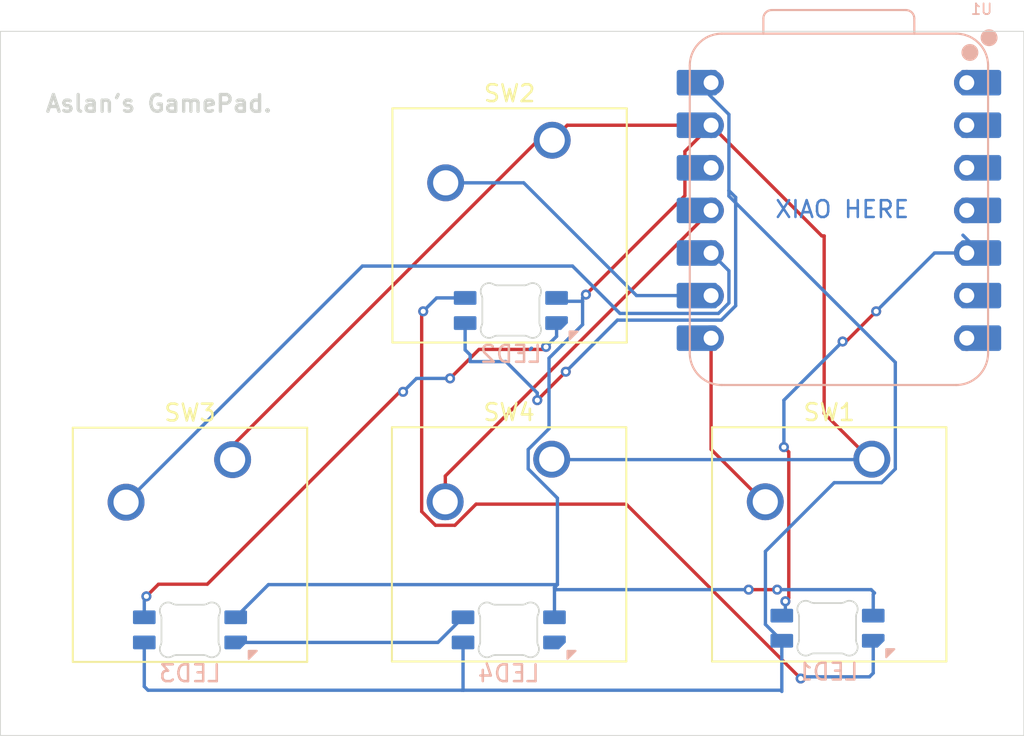
<source format=kicad_pcb>
(kicad_pcb (version 20241229) (generator "pcbnew") (generator_version "9.0")
  (layers (0 "F.Cu" signal) (2 "B.Cu" signal) (13 "F.Paste" user) (15 "B.Paste" user) (5 "F.SilkS" user "F.Silkscreen") (7 "B.SilkS" user "B.Silkscreen") (1 "F.Mask" user) (3 "B.Mask" user) (25 "Edge.Cuts" user))
  (net 0 "")
  (net 1 "GND")
  (net 2 "Net-(U1-GPIO1{slash}RX)")
  (net 3 "Net-(U1-GPIO2{slash}SCK)")
  (net 4 "Net-(U1-GPIO4{slash}MISO)")
  (net 5 "Net-(U1-GPIO3{slash}MOSI)")
  (net 13 "Net-(LED1-DOUT)")
  (net 14 "Net-(LED1-VSS)")
  (net 15 "Net-(LED1-VDD)")
  (net 16 "Net-(LED1-DIN)")
  (net 17 "Net-(LED2-VSS)")
  (net 18 "Net-(LED3-VSS)")
  (footprint "Button_Switch_Keyboard:SW_Cherry_MX_1.00u_PCB" (layer "F.Cu") (at 154.94 80.62)
    (property "Reference" "SW1" (at -2.54 -2.794 0) (layer "F.SilkS"))
    (property "Value" "SW_Push")
    (fp_line (start -9.525 -1.905) (end 4.445 -1.905) (stroke (width 0.12)) (layer "F.SilkS"))
    (fp_line (start -9.525 12.065) (end -9.525 -1.905) (stroke (width 0.12)) (layer "F.SilkS"))
    (fp_line (start 4.445 -1.905) (end 4.445 12.065) (stroke (width 0.12)) (layer "F.SilkS"))
    (fp_line (start 4.445 12.065) (end -9.525 12.065) (stroke (width 0.12)) (layer "F.SilkS"))
    (pad "" np_thru_hole circle (at -7.62 5.08) (size 1.7 1.7) (drill 1.7) (layers "*.Cu" "*.Mask"))
    (pad "" np_thru_hole circle (at -2.54 5.08) (size 4 4) (drill 4) (layers "*.Cu" "*.Mask"))
    (pad "" np_thru_hole circle (at 2.54 5.08) (size 1.7 1.7) (drill 1.7) (layers "*.Cu" "*.Mask"))
    (pad "1" thru_hole circle (at 0 0) (size 2.2 2.2) (drill 1.5) (layers "*.Cu" "*.Mask") (net 1 "GND"))
    (pad "2" thru_hole circle (at -6.35 2.54) (size 2.2 2.2) (drill 1.5) (layers "*.Cu" "*.Mask") (net 2 "Net-(U1-GPIO1{slash}RX)"))
  )
  (footprint "Button_Switch_Keyboard:SW_Cherry_MX_1.00u_PCB" (layer "F.Cu") (at 135.86 80.62)
    (property "Reference" "SW4" (at -2.54 -2.794 0) (layer "F.SilkS"))
    (property "Value" "SW_Push")
    (fp_line (start -9.525 -1.905) (end 4.445 -1.905) (stroke (width 0.12)) (layer "F.SilkS"))
    (fp_line (start -9.525 12.065) (end -9.525 -1.905) (stroke (width 0.12)) (layer "F.SilkS"))
    (fp_line (start 4.445 -1.905) (end 4.445 12.065) (stroke (width 0.12)) (layer "F.SilkS"))
    (fp_line (start 4.445 12.065) (end -9.525 12.065) (stroke (width 0.12)) (layer "F.SilkS"))
    (pad "" np_thru_hole circle (at -7.62 5.08) (size 1.7 1.7) (drill 1.7) (layers "*.Cu" "*.Mask"))
    (pad "" np_thru_hole circle (at -2.54 5.08) (size 4 4) (drill 4) (layers "*.Cu" "*.Mask"))
    (pad "" np_thru_hole circle (at 2.54 5.08) (size 1.7 1.7) (drill 1.7) (layers "*.Cu" "*.Mask"))
    (pad "1" thru_hole circle (at 0 0) (size 2.2 2.2) (drill 1.5) (layers "*.Cu" "*.Mask") (net 1 "GND"))
    (pad "2" thru_hole circle (at -6.35 2.54) (size 2.2 2.2) (drill 1.5) (layers "*.Cu" "*.Mask") (net 5 "Net-(U1-GPIO3{slash}MOSI)"))
  )
  (footprint "Button_Switch_Keyboard:SW_Cherry_MX_1.00u_PCB" (layer "F.Cu") (at 116.84 80.645)
    (property "Reference" "SW3" (at -2.54 -2.794 0) (layer "F.SilkS"))
    (property "Value" "SW_Push")
    (fp_line (start -9.525 -1.905) (end 4.445 -1.905) (stroke (width 0.12)) (layer "F.SilkS"))
    (fp_line (start -9.525 12.065) (end -9.525 -1.905) (stroke (width 0.12)) (layer "F.SilkS"))
    (fp_line (start 4.445 -1.905) (end 4.445 12.065) (stroke (width 0.12)) (layer "F.SilkS"))
    (fp_line (start 4.445 12.065) (end -9.525 12.065) (stroke (width 0.12)) (layer "F.SilkS"))
    (pad "" np_thru_hole circle (at -7.62 5.08) (size 1.7 1.7) (drill 1.7) (layers "*.Cu" "*.Mask"))
    (pad "" np_thru_hole circle (at -2.54 5.08) (size 4 4) (drill 4) (layers "*.Cu" "*.Mask"))
    (pad "" np_thru_hole circle (at 2.54 5.08) (size 1.7 1.7) (drill 1.7) (layers "*.Cu" "*.Mask"))
    (pad "1" thru_hole circle (at 0 0) (size 2.2 2.2) (drill 1.5) (layers "*.Cu" "*.Mask") (net 1 "GND"))
    (pad "2" thru_hole circle (at -6.35 2.54) (size 2.2 2.2) (drill 1.5) (layers "*.Cu" "*.Mask") (net 4 "Net-(U1-GPIO4{slash}MISO)"))
  )
  (footprint "Button_Switch_Keyboard:SW_Cherry_MX_1.00u_PCB" (layer "F.Cu") (at 135.89 61.595)
    (property "Reference" "SW2" (at -2.54 -2.794 0) (layer "F.SilkS"))
    (property "Value" "SW_Push")
    (fp_line (start -9.525 -1.905) (end 4.445 -1.905) (stroke (width 0.12)) (layer "F.SilkS"))
    (fp_line (start -9.525 12.065) (end -9.525 -1.905) (stroke (width 0.12)) (layer "F.SilkS"))
    (fp_line (start 4.445 -1.905) (end 4.445 12.065) (stroke (width 0.12)) (layer "F.SilkS"))
    (fp_line (start 4.445 12.065) (end -9.525 12.065) (stroke (width 0.12)) (layer "F.SilkS"))
    (pad "" np_thru_hole circle (at -7.62 5.08) (size 1.7 1.7) (drill 1.7) (layers "*.Cu" "*.Mask"))
    (pad "" np_thru_hole circle (at -2.54 5.08) (size 4 4) (drill 4) (layers "*.Cu" "*.Mask"))
    (pad "" np_thru_hole circle (at 2.54 5.08) (size 1.7 1.7) (drill 1.7) (layers "*.Cu" "*.Mask"))
    (pad "1" thru_hole circle (at 0 0) (size 2.2 2.2) (drill 1.5) (layers "*.Cu" "*.Mask") (net 1 "GND"))
    (pad "2" thru_hole circle (at -6.35 2.54) (size 2.2 2.2) (drill 1.5) (layers "*.Cu" "*.Mask") (net 3 "Net-(U1-GPIO2{slash}SCK)"))
  )
  (footprint "marbastlib-mx:LED_MX_6028R" (layer "B.Cu") (at 133.3 90.8 180)
    (property "Reference" "LED4" (at 0 -2.6 0) (layer "B.SilkS") (effects (justify mirror)))
    (property "Value" "MX_SK6812MINI-E")
    (fp_poly (pts (xy -3.5 -1.25) (xy -3.5 -1.73) (xy -3.98 -1.25) (xy -3.5 -1.25)) (stroke (width 0.12)) (fill yes) (layer "B.SilkS"))
    (fp_line (start 1.699999 -0.702841) (end 1.699999 0.702843) (stroke (width 0.1)) (layer "Edge.Cuts"))
    (fp_line (start 0.794452 1.5) (end -0.794453 1.5) (stroke (width 0.1)) (layer "Edge.Cuts"))
    (fp_line (start -0.794452 -1.499999) (end 0.794452 -1.499999) (stroke (width 0.1)) (layer "Edge.Cuts"))
    (fp_line (start -1.699999 0.702843) (end -1.699999 -0.702841) (stroke (width 0.1)) (layer "Edge.Cuts"))
    (fp_arc (start 1.749484 0.919721) (mid 1.712526 0.814069) (end 1.699999 0.702843) (stroke (width 0.1)) (layer "Edge.Cuts"))
    (fp_arc (start 1.749484 0.919721) (mid 1.638072 1.504036) (end 1.046711 1.5683) (stroke (width 0.1)) (layer "Edge.Cuts"))
    (fp_arc (start 1.699999 -0.702842) (mid 1.712536 -0.814064) (end 1.749484 -0.919719) (stroke (width 0.1)) (layer "Edge.Cuts"))
    (fp_arc (start 1.046711 -1.568296) (mid 1.63807 -1.504033) (end 1.749484 -0.919719) (stroke (width 0.1)) (layer "Edge.Cuts"))
    (fp_arc (start 1.04671 -1.568298) (mid 0.925122 -1.517376) (end 0.794452 -1.499999) (stroke (width 0.1)) (layer "Edge.Cuts"))
    (fp_arc (start 0.794453 1.500001) (mid 0.925123 1.517378) (end 1.046711 1.5683) (stroke (width 0.1)) (layer "Edge.Cuts"))
    (fp_arc (start -0.794452 -1.499999) (mid -0.925123 -1.517376) (end -1.046711 -1.568298) (stroke (width 0.1)) (layer "Edge.Cuts"))
    (fp_arc (start -1.046711 1.568299) (mid -0.925123 1.517377) (end -0.794453 1.5) (stroke (width 0.1)) (layer "Edge.Cuts"))
    (fp_arc (start -1.046711 1.568299) (mid -1.63807 1.504035) (end -1.749484 0.919721) (stroke (width 0.1)) (layer "Edge.Cuts"))
    (fp_arc (start -1.699999 0.702844) (mid -1.712527 0.814069) (end -1.749484 0.919721) (stroke (width 0.1)) (layer "Edge.Cuts"))
    (fp_arc (start -1.749484 -0.919718) (mid -1.638072 -1.504034) (end -1.046711 -1.568298) (stroke (width 0.1)) (layer "Edge.Cuts"))
    (fp_arc (start -1.749484 -0.919719) (mid -1.712527 -0.814067) (end -1.699999 -0.702841) (stroke (width 0.1)) (layer "Edge.Cuts"))
    (pad "1" smd roundrect (at 2.725 0.75 90) (size 0.82 1.35) (layers "B.Cu" "B.Mask" "B.Paste") (roundrect_rratio 0.1) (net 18 "Net-(LED3-VSS)"))
    (pad "2" smd roundrect (at 2.725 -0.75 90) (size 0.82 1.35) (layers "B.Cu" "B.Mask" "B.Paste") (roundrect_rratio 0.1) (net 13 "Net-(LED1-DOUT)"))
    (pad "3" smd roundrect (at -2.725 0.75 90) (size 0.82 1.35) (layers "B.Cu" "B.Mask" "B.Paste") (roundrect_rratio 0.1) (net 16 "Net-(LED1-DIN)"))
    (pad "4" smd roundrect (at -2.725 -0.75 90) (size 0.82 1.35) (layers "B.Cu" "B.Mask" "B.Paste") (roundrect_rratio 0.1) (chamfer_ratio 0.5) (chamfer bottom_left))
  )
  (footprint "XIAO_PCB:XIAO-RP2040-DIP" (layer "B.Cu") (at 152.98 65.78 180)
    (property "Reference" "U1" (at -8.5 12 0) (layer "B.SilkS") (effects (font (size 0.635 0.635) (thickness 0.1016)) (justify mirror)))
    (property "Value" "XIAO-RP2040-DIP")
    (fp_line (start 8.89 -8.509) (end 8.89 8.636) (stroke (width 0.127)) (layer "B.SilkS"))
    (fp_line (start 6.985 10.541) (end -6.985 10.541) (stroke (width 0.1)) (layer "B.SilkS"))
    (fp_line (start 6.985 10.541) (end -6.985 10.541) (stroke (width 0.127)) (layer "B.SilkS"))
    (fp_line (start 4.504 11.451) (end 4.504 10.541) (stroke (width 0.127)) (layer "B.SilkS"))
    (fp_line (start -3.991272 11.951) (end 4.004 11.951) (stroke (width 0.127)) (layer "B.SilkS"))
    (fp_line (start -4.495 10.541) (end -4.491272 11.451272) (stroke (width 0.127)) (layer "B.SilkS"))
    (fp_line (start -6.985 -10.414) (end 6.985 -10.414) (stroke (width 0.127)) (layer "B.SilkS"))
    (fp_line (start -8.89 -8.509) (end -8.89 8.636) (stroke (width 0.127)) (layer "B.SilkS"))
    (fp_arc (start 8.89 8.636) (mid 8.332038 9.983038) (end 6.985 10.541) (stroke (width 0.127)) (layer "B.SilkS"))
    (fp_arc (start 6.985 -10.414) (mid 8.332038 -9.856038) (end 8.89 -8.509) (stroke (width 0.127)) (layer "B.SilkS"))
    (fp_arc (start 4.504 11.451) (mid 4.357553 11.804553) (end 4.004 11.951) (stroke (width 0.127)) (layer "B.SilkS"))
    (fp_arc (start -3.991272 11.951) (mid -4.344724 11.804644) (end -4.491272 11.451272) (stroke (width 0.127)) (layer "B.SilkS"))
    (fp_arc (start -6.985 10.541) (mid -8.332038 9.983038) (end -8.89 8.636) (stroke (width 0.127)) (layer "B.SilkS"))
    (fp_arc (start -8.89 -8.509) (mid -8.332038 -9.856038) (end -6.985 -10.414) (stroke (width 0.127)) (layer "B.SilkS"))
    (fp_circle (center -7.807 9.42) (end -7.807 9.674) (stroke (width 0.5)) (fill yes) (layer "B.SilkS"))
    (fp_circle (center -8.95 10.3) (end -8.95 10.554) (stroke (width 0.5)) (fill yes) (layer "B.SilkS"))
    (pad "1" smd roundrect (at -8.455 7.62) (size 2.432 1.524) (layers "B.Cu" "B.Mask") (roundrect_rratio 0.1))
    (pad "1" thru_hole circle (at -7.62 7.62) (size 1.524 1.524) (drill 0.889) (layers "*.Cu" "*.Mask"))
    (pad "2" smd roundrect (at -8.455 5.08) (size 2.432 1.524) (layers "B.Cu" "B.Mask") (roundrect_rratio 0.1))
    (pad "2" thru_hole circle (at -7.62 5.08) (size 1.524 1.524) (drill 0.889) (layers "*.Cu" "*.Mask"))
    (pad "3" smd roundrect (at -8.455 2.54) (size 2.432 1.524) (layers "B.Cu" "B.Mask") (roundrect_rratio 0.1))
    (pad "3" thru_hole circle (at -7.62 2.54) (size 1.524 1.524) (drill 0.889) (layers "*.Cu" "*.Mask"))
    (pad "4" smd roundrect (at -8.455 0) (size 2.432 1.524) (layers "B.Cu" "B.Mask") (roundrect_rratio 0.1))
    (pad "4" thru_hole circle (at -7.62 0) (size 1.524 1.524) (drill 0.889) (layers "*.Cu" "*.Mask"))
    (pad "5" smd roundrect (at -8.455 -2.54) (size 2.432 1.524) (layers "B.Cu" "B.Mask") (roundrect_rratio 0.1) (net 15 "Net-(LED1-VDD)"))
    (pad "5" thru_hole circle (at -7.62 -2.54) (size 1.524 1.524) (drill 0.889) (layers "*.Cu" "*.Mask") (net 15 "Net-(LED1-VDD)"))
    (pad "6" smd roundrect (at -8.455 -5.08) (size 2.432 1.524) (layers "B.Cu" "B.Mask") (roundrect_rratio 0.1))
    (pad "6" thru_hole circle (at -7.62 -5.08) (size 1.524 1.524) (drill 0.889) (layers "*.Cu" "*.Mask"))
    (pad "7" smd roundrect (at -8.455 -7.62) (size 2.432 1.524) (layers "B.Cu" "B.Mask") (roundrect_rratio 0.1))
    (pad "7" thru_hole circle (at -7.62 -7.62) (size 1.524 1.524) (drill 0.889) (layers "*.Cu" "*.Mask"))
    (pad "8" thru_hole circle (at 7.62 -7.62 180) (size 1.524 1.524) (drill 0.889) (layers "*.Cu" "*.Mask") (net 2 "Net-(U1-GPIO1{slash}RX)"))
    (pad "8" smd roundrect (at 8.455 -7.62 180) (size 2.432 1.524) (layers "B.Cu" "B.Mask") (roundrect_rratio 0.1) (net 2 "Net-(U1-GPIO1{slash}RX)"))
    (pad "9" thru_hole circle (at 7.62 -5.08 180) (size 1.524 1.524) (drill 0.889) (layers "*.Cu" "*.Mask") (net 3 "Net-(U1-GPIO2{slash}SCK)"))
    (pad "9" smd roundrect (at 8.455 -5.08 180) (size 2.432 1.524) (layers "B.Cu" "B.Mask") (roundrect_rratio 0.1) (net 3 "Net-(U1-GPIO2{slash}SCK)"))
    (pad "10" thru_hole circle (at 7.62 -2.54 180) (size 1.524 1.524) (drill 0.889) (layers "*.Cu" "*.Mask") (net 4 "Net-(U1-GPIO4{slash}MISO)"))
    (pad "10" smd roundrect (at 8.455 -2.54 180) (size 2.432 1.524) (layers "B.Cu" "B.Mask") (roundrect_rratio 0.1) (net 4 "Net-(U1-GPIO4{slash}MISO)"))
    (pad "11" thru_hole circle (at 7.62 0 180) (size 1.524 1.524) (drill 0.889) (layers "*.Cu" "*.Mask") (net 5 "Net-(U1-GPIO3{slash}MOSI)"))
    (pad "11" smd roundrect (at 8.455 0 180) (size 2.432 1.524) (layers "B.Cu" "B.Mask") (roundrect_rratio 0.1) (net 5 "Net-(U1-GPIO3{slash}MOSI)"))
    (pad "12" thru_hole circle (at 7.62 2.54 180) (size 1.524 1.524) (drill 0.889) (layers "*.Cu" "*.Mask"))
    (pad "12" smd roundrect (at 8.455 2.54 180) (size 2.432 1.524) (layers "B.Cu" "B.Mask") (roundrect_rratio 0.1))
    (pad "13" thru_hole circle (at 7.62 5.08 180) (size 1.524 1.524) (drill 0.889) (layers "*.Cu" "*.Mask") (net 16 "Net-(LED1-DIN)"))
    (pad "13" smd roundrect (at 8.455 5.08 180) (size 2.432 1.524) (layers "B.Cu" "B.Mask") (roundrect_rratio 0.1) (net 16 "Net-(LED1-DIN)"))
    (pad "14" thru_hole circle (at 7.62 7.62 180) (size 1.524 1.524) (drill 0.889) (layers "*.Cu" "*.Mask") (net 13 "Net-(LED1-DOUT)"))
    (pad "14" smd roundrect (at 8.455 7.62 180) (size 2.432 1.524) (layers "B.Cu" "B.Mask") (roundrect_rratio 0.1) (net 13 "Net-(LED1-DOUT)"))
  )
  (footprint "marbastlib-mx:LED_MX_6028R" (layer "B.Cu") (at 114.3 90.8 180)
    (property "Reference" "LED3" (at 0 -2.6 0) (layer "B.SilkS") (effects (justify mirror)))
    (property "Value" "MX_SK6812MINI-E")
    (fp_poly (pts (xy -3.5 -1.25) (xy -3.5 -1.73) (xy -3.98 -1.25) (xy -3.5 -1.25)) (stroke (width 0.12)) (fill yes) (layer "B.SilkS"))
    (fp_line (start 1.699999 -0.702841) (end 1.699999 0.702843) (stroke (width 0.1)) (layer "Edge.Cuts"))
    (fp_line (start 0.794452 1.5) (end -0.794453 1.5) (stroke (width 0.1)) (layer "Edge.Cuts"))
    (fp_line (start -0.794452 -1.499999) (end 0.794452 -1.499999) (stroke (width 0.1)) (layer "Edge.Cuts"))
    (fp_line (start -1.699999 0.702843) (end -1.699999 -0.702841) (stroke (width 0.1)) (layer "Edge.Cuts"))
    (fp_arc (start 1.749484 0.919721) (mid 1.712526 0.814069) (end 1.699999 0.702843) (stroke (width 0.1)) (layer "Edge.Cuts"))
    (fp_arc (start 1.749484 0.919721) (mid 1.638072 1.504036) (end 1.046711 1.5683) (stroke (width 0.1)) (layer "Edge.Cuts"))
    (fp_arc (start 1.699999 -0.702842) (mid 1.712536 -0.814064) (end 1.749484 -0.919719) (stroke (width 0.1)) (layer "Edge.Cuts"))
    (fp_arc (start 1.046711 -1.568296) (mid 1.63807 -1.504033) (end 1.749484 -0.919719) (stroke (width 0.1)) (layer "Edge.Cuts"))
    (fp_arc (start 1.04671 -1.568298) (mid 0.925122 -1.517376) (end 0.794452 -1.499999) (stroke (width 0.1)) (layer "Edge.Cuts"))
    (fp_arc (start 0.794453 1.500001) (mid 0.925123 1.517378) (end 1.046711 1.5683) (stroke (width 0.1)) (layer "Edge.Cuts"))
    (fp_arc (start -0.794452 -1.499999) (mid -0.925123 -1.517376) (end -1.046711 -1.568298) (stroke (width 0.1)) (layer "Edge.Cuts"))
    (fp_arc (start -1.046711 1.568299) (mid -0.925123 1.517377) (end -0.794453 1.5) (stroke (width 0.1)) (layer "Edge.Cuts"))
    (fp_arc (start -1.046711 1.568299) (mid -1.63807 1.504035) (end -1.749484 0.919721) (stroke (width 0.1)) (layer "Edge.Cuts"))
    (fp_arc (start -1.699999 0.702844) (mid -1.712527 0.814069) (end -1.749484 0.919721) (stroke (width 0.1)) (layer "Edge.Cuts"))
    (fp_arc (start -1.749484 -0.919718) (mid -1.638072 -1.504034) (end -1.046711 -1.568298) (stroke (width 0.1)) (layer "Edge.Cuts"))
    (fp_arc (start -1.749484 -0.919719) (mid -1.712527 -0.814067) (end -1.699999 -0.702841) (stroke (width 0.1)) (layer "Edge.Cuts"))
    (pad "1" smd roundrect (at 2.725 0.75 90) (size 0.82 1.35) (layers "B.Cu" "B.Mask" "B.Paste") (roundrect_rratio 0.1) (net 17 "Net-(LED2-VSS)"))
    (pad "2" smd roundrect (at 2.725 -0.75 90) (size 0.82 1.35) (layers "B.Cu" "B.Mask" "B.Paste") (roundrect_rratio 0.1) (net 13 "Net-(LED1-DOUT)"))
    (pad "3" smd roundrect (at -2.725 0.75 90) (size 0.82 1.35) (layers "B.Cu" "B.Mask" "B.Paste") (roundrect_rratio 0.1) (net 16 "Net-(LED1-DIN)"))
    (pad "4" smd roundrect (at -2.725 -0.75 90) (size 0.82 1.35) (layers "B.Cu" "B.Mask" "B.Paste") (roundrect_rratio 0.1) (chamfer_ratio 0.5) (chamfer bottom_left) (net 18 "Net-(LED3-VSS)"))
  )
  (footprint "marbastlib-mx:LED_MX_6028R" (layer "B.Cu") (at 133.425 71.75 180)
    (property "Reference" "LED2" (at 0 -2.6 0) (layer "B.SilkS") (effects (justify mirror)))
    (property "Value" "MX_SK6812MINI-E")
    (fp_poly (pts (xy -3.5 -1.25) (xy -3.5 -1.73) (xy -3.98 -1.25) (xy -3.5 -1.25)) (stroke (width 0.12)) (fill yes) (layer "B.SilkS"))
    (fp_line (start 1.699999 -0.702841) (end 1.699999 0.702843) (stroke (width 0.1)) (layer "Edge.Cuts"))
    (fp_line (start 0.794452 1.5) (end -0.794453 1.5) (stroke (width 0.1)) (layer "Edge.Cuts"))
    (fp_line (start -0.794452 -1.499999) (end 0.794452 -1.499999) (stroke (width 0.1)) (layer "Edge.Cuts"))
    (fp_line (start -1.699999 0.702843) (end -1.699999 -0.702841) (stroke (width 0.1)) (layer "Edge.Cuts"))
    (fp_arc (start 1.749484 0.919721) (mid 1.712526 0.814069) (end 1.699999 0.702843) (stroke (width 0.1)) (layer "Edge.Cuts"))
    (fp_arc (start 1.749484 0.919721) (mid 1.638072 1.504036) (end 1.046711 1.5683) (stroke (width 0.1)) (layer "Edge.Cuts"))
    (fp_arc (start 1.699999 -0.702842) (mid 1.712536 -0.814064) (end 1.749484 -0.919719) (stroke (width 0.1)) (layer "Edge.Cuts"))
    (fp_arc (start 1.046711 -1.568296) (mid 1.63807 -1.504033) (end 1.749484 -0.919719) (stroke (width 0.1)) (layer "Edge.Cuts"))
    (fp_arc (start 1.04671 -1.568298) (mid 0.925122 -1.517376) (end 0.794452 -1.499999) (stroke (width 0.1)) (layer "Edge.Cuts"))
    (fp_arc (start 0.794453 1.500001) (mid 0.925123 1.517378) (end 1.046711 1.5683) (stroke (width 0.1)) (layer "Edge.Cuts"))
    (fp_arc (start -0.794452 -1.499999) (mid -0.925123 -1.517376) (end -1.046711 -1.568298) (stroke (width 0.1)) (layer "Edge.Cuts"))
    (fp_arc (start -1.046711 1.568299) (mid -0.925123 1.517377) (end -0.794453 1.5) (stroke (width 0.1)) (layer "Edge.Cuts"))
    (fp_arc (start -1.046711 1.568299) (mid -1.63807 1.504035) (end -1.749484 0.919721) (stroke (width 0.1)) (layer "Edge.Cuts"))
    (fp_arc (start -1.699999 0.702844) (mid -1.712527 0.814069) (end -1.749484 0.919721) (stroke (width 0.1)) (layer "Edge.Cuts"))
    (fp_arc (start -1.749484 -0.919718) (mid -1.638072 -1.504034) (end -1.046711 -1.568298) (stroke (width 0.1)) (layer "Edge.Cuts"))
    (fp_arc (start -1.749484 -0.919719) (mid -1.712527 -0.814067) (end -1.699999 -0.702841) (stroke (width 0.1)) (layer "Edge.Cuts"))
    (pad "1" smd roundrect (at 2.725 0.75 90) (size 0.82 1.35) (layers "B.Cu" "B.Mask" "B.Paste") (roundrect_rratio 0.1) (net 14 "Net-(LED1-VSS)"))
    (pad "2" smd roundrect (at 2.725 -0.75 90) (size 0.82 1.35) (layers "B.Cu" "B.Mask" "B.Paste") (roundrect_rratio 0.1) (net 13 "Net-(LED1-DOUT)"))
    (pad "3" smd roundrect (at -2.725 0.75 90) (size 0.82 1.35) (layers "B.Cu" "B.Mask" "B.Paste") (roundrect_rratio 0.1) (net 16 "Net-(LED1-DIN)"))
    (pad "4" smd roundrect (at -2.725 -0.75 90) (size 0.82 1.35) (layers "B.Cu" "B.Mask" "B.Paste") (roundrect_rratio 0.1) (chamfer_ratio 0.5) (chamfer bottom_left) (net 17 "Net-(LED2-VSS)"))
  )
  (footprint "marbastlib-mx:LED_MX_6028R" (layer "B.Cu") (at 152.3 90.7 180)
    (property "Reference" "LED1" (at 0 -2.6 0) (layer "B.SilkS") (effects (justify mirror)))
    (property "Value" "MX_SK6812MINI-E")
    (fp_poly (pts (xy -3.5 -1.25) (xy -3.5 -1.73) (xy -3.98 -1.25) (xy -3.5 -1.25)) (stroke (width 0.12)) (fill yes) (layer "B.SilkS"))
    (fp_line (start 1.699999 -0.702841) (end 1.699999 0.702843) (stroke (width 0.1)) (layer "Edge.Cuts"))
    (fp_line (start 0.794452 1.5) (end -0.794453 1.5) (stroke (width 0.1)) (layer "Edge.Cuts"))
    (fp_line (start -0.794452 -1.499999) (end 0.794452 -1.499999) (stroke (width 0.1)) (layer "Edge.Cuts"))
    (fp_line (start -1.699999 0.702843) (end -1.699999 -0.702841) (stroke (width 0.1)) (layer "Edge.Cuts"))
    (fp_arc (start 1.749484 0.919721) (mid 1.712526 0.814069) (end 1.699999 0.702843) (stroke (width 0.1)) (layer "Edge.Cuts"))
    (fp_arc (start 1.749484 0.919721) (mid 1.638072 1.504036) (end 1.046711 1.5683) (stroke (width 0.1)) (layer "Edge.Cuts"))
    (fp_arc (start 1.699999 -0.702842) (mid 1.712536 -0.814064) (end 1.749484 -0.919719) (stroke (width 0.1)) (layer "Edge.Cuts"))
    (fp_arc (start 1.046711 -1.568296) (mid 1.63807 -1.504033) (end 1.749484 -0.919719) (stroke (width 0.1)) (layer "Edge.Cuts"))
    (fp_arc (start 1.04671 -1.568298) (mid 0.925122 -1.517376) (end 0.794452 -1.499999) (stroke (width 0.1)) (layer "Edge.Cuts"))
    (fp_arc (start 0.794453 1.500001) (mid 0.925123 1.517378) (end 1.046711 1.5683) (stroke (width 0.1)) (layer "Edge.Cuts"))
    (fp_arc (start -0.794452 -1.499999) (mid -0.925123 -1.517376) (end -1.046711 -1.568298) (stroke (width 0.1)) (layer "Edge.Cuts"))
    (fp_arc (start -1.046711 1.568299) (mid -0.925123 1.517377) (end -0.794453 1.5) (stroke (width 0.1)) (layer "Edge.Cuts"))
    (fp_arc (start -1.046711 1.568299) (mid -1.63807 1.504035) (end -1.749484 0.919721) (stroke (width 0.1)) (layer "Edge.Cuts"))
    (fp_arc (start -1.699999 0.702844) (mid -1.712527 0.814069) (end -1.749484 0.919721) (stroke (width 0.1)) (layer "Edge.Cuts"))
    (fp_arc (start -1.749484 -0.919718) (mid -1.638072 -1.504034) (end -1.046711 -1.568298) (stroke (width 0.1)) (layer "Edge.Cuts"))
    (fp_arc (start -1.749484 -0.919719) (mid -1.712527 -0.814067) (end -1.699999 -0.702841) (stroke (width 0.1)) (layer "Edge.Cuts"))
    (pad "1" smd roundrect (at 2.725 0.75 90) (size 0.82 1.35) (layers "B.Cu" "B.Mask" "B.Paste") (roundrect_rratio 0.1) (net 15 "Net-(LED1-VDD)"))
    (pad "2" smd roundrect (at 2.725 -0.75 90) (size 0.82 1.35) (layers "B.Cu" "B.Mask" "B.Paste") (roundrect_rratio 0.1) (net 13 "Net-(LED1-DOUT)"))
    (pad "3" smd roundrect (at -2.725 0.75 90) (size 0.82 1.35) (layers "B.Cu" "B.Mask" "B.Paste") (roundrect_rratio 0.1) (net 16 "Net-(LED1-DIN)"))
    (pad "4" smd roundrect (at -2.725 -0.75 90) (size 0.82 1.35) (layers "B.Cu" "B.Mask" "B.Paste") (roundrect_rratio 0.1) (chamfer_ratio 0.5) (chamfer bottom_left) (net 14 "Net-(LED1-VSS)"))
  )
  (gr_rect (start 103 55.1) (end 164 97.1) (stroke (width 0.05)) (fill no) (layer "Edge.Cuts"))
  (gr_text "XIAO HERE" (at 149.1 66.3 0) (layer "B.Cu") (effects (font (size 1 1)) (justify left bottom)))
  (gr_text "Aslan's GamePad." (at 105.6 60 0) (layer "Edge.Cuts") (effects (font (size 1 1) (thickness 0.2) (bold yes)) (justify left bottom)))
  (segment (start 152.1 67.3) (end 152.1 77.88) (width 0.2) (layer "F.Cu") (net 1))
  (segment (start 145.36 60.7) (end 136.785 60.7) (width 0.2) (layer "F.Cu") (net 1))
  (segment (start 136.785 60.7) (end 135.89 61.595) (width 0.2) (layer "F.Cu") (net 1))
  (segment (start 152.1 67.3) (end 151.96 67.3) (width 0.2) (layer "F.Cu") (net 1))
  (segment (start 116.84 79.80347) (end 116.84 80.645) (width 0.2) (layer "F.Cu") (net 1))
  (segment (start 152.1 77.88) (end 154.94 80.72) (width 0.2) (layer "F.Cu") (net 1))
  (segment (start 151.96 67.3) (end 145.36 60.7) (width 0.2) (layer "F.Cu") (net 1))
  (segment (start 135.89 61.595) (end 135.04847 61.595) (width 0.2) (layer "F.Cu") (net 1))
  (segment (start 135.04847 61.595) (end 116.84 79.80347) (width 0.2) (layer "F.Cu") (net 1))
  (segment (start 135.869 80.645) (end 154.865 80.645) (width 0.2) (layer "B.Cu") (net 1))
  (segment (start 154.865 80.645) (end 154.94 80.72) (width 0.2) (layer "B.Cu") (net 1))
  (segment (start 145.36 73.4) (end 145.36 80.03) (width 0.2) (layer "F.Cu") (net 2))
  (segment (start 145.36 80.03) (end 148.59 83.26) (width 0.2) (layer "F.Cu") (net 2))
  (segment (start 134.19153 64.135) (end 129.54 64.135) (width 0.2) (layer "B.Cu") (net 3))
  (segment (start 145.36 70.86) (end 140.91653 70.86) (width 0.2) (layer "B.Cu") (net 3))
  (segment (start 140.91653 70.86) (end 134.19153 64.135) (width 0.2) (layer "B.Cu") (net 3))
  (segment (start 146.423 71.30031) (end 145.80031 71.923) (width 0.2) (layer "B.Cu") (net 4))
  (segment (start 145.36 68.32) (end 146.423 69.383) (width 0.2) (layer "B.Cu") (net 4))
  (segment (start 145.80031 71.923) (end 139.923 71.923) (width 0.2) (layer "B.Cu") (net 4))
  (segment (start 124.575 69.1) (end 110.49 83.185) (width 0.2) (layer "B.Cu") (net 4))
  (segment (start 137.1 69.1) (end 124.575 69.1) (width 0.2) (layer "B.Cu") (net 4))
  (segment (start 146.423 69.383) (end 146.423 71.30031) (width 0.2) (layer "B.Cu") (net 4))
  (segment (start 139.923 71.923) (end 137.1 69.1) (width 0.2) (layer "B.Cu") (net 4))
  (segment (start 145.36 65.78) (end 129.519 81.621) (width 0.2) (layer "F.Cu") (net 5))
  (segment (start 129.519 81.621) (end 129.519 83.185) (width 0.2) (layer "F.Cu") (net 5))
  (segment (start 136.7 75.4) (end 135 77.1) (width 0.2) (layer "F.Cu") (net 13))
  (via (at 135 77.1) (size 0.6) (drill 0.3) (layers "F.Cu" "B.Cu") (net 13))
  (via (at 136.7 75.4) (size 0.6) (drill 0.3) (layers "F.Cu" "B.Cu") (net 13))
  (segment (start 130.5 94.4) (end 111.8 94.4) (width 0.2) (layer "B.Cu") (net 13))
  (segment (start 148.599 86.11947) (end 148.599 90.474) (width 0.2) (layer "B.Cu") (net 13))
  (segment (start 111.575 94.175) (end 111.575 91.55) (width 0.2) (layer "B.Cu") (net 13))
  (segment (start 111.8 94.4) (end 111.575 94.175) (width 0.2) (layer "B.Cu") (net 13))
  (segment (start 130.7 74.1) (end 130.7 72.5) (width 0.2) (layer "B.Cu") (net 13))
  (segment (start 156.341 81.200314) (end 155.520314 82.021) (width 0.2) (layer "B.Cu") (net 13))
  (segment (start 146.423 60.058) (end 146.423 64.6) (width 0.2) (layer "B.Cu") (net 13))
  (segment (start 146.423 64.6) (end 146.423 64.92569) (width 0.2) (layer "B.Cu") (net 13))
  (segment (start 135 76.666414) (end 133.133586 74.8) (width 0.2) (layer "B.Cu") (net 13))
  (segment (start 149.575 91.45) (end 149.575 94.4) (width 0.2) (layer "B.Cu") (net 13))
  (segment (start 145.96641 72.324) (end 139.776 72.324) (width 0.2) (layer "B.Cu") (net 13))
  (segment (start 139.776 72.324) (end 136.7 75.4) (width 0.2) (layer "B.Cu") (net 13))
  (segment (start 146.423 64.6) (end 146.824 65.001) (width 0.2) (layer "B.Cu") (net 13))
  (segment (start 135 77.1) (end 135 76.666414) (width 0.2) (layer "B.Cu") (net 13))
  (segment (start 146.824 71.46641) (end 145.96641 72.324) (width 0.2) (layer "B.Cu") (net 13))
  (segment (start 156.341 74.84369) (end 156.341 81.200314) (width 0.2) (layer "B.Cu") (net 13))
  (segment (start 148.599 90.474) (end 149.575 91.45) (width 0.2) (layer "B.Cu") (net 13))
  (segment (start 130.575 91.55) (end 130.575 94.375) (width 0.2) (layer "B.Cu") (net 13))
  (segment (start 131 74.4) (end 130.7 74.1) (width 0.2) (layer "B.Cu") (net 13))
  (segment (start 149.575 94.4) (end 130.6 94.4) (width 0.2) (layer "B.Cu") (net 13))
  (segment (start 155.520314 82.021) (end 152.69747 82.021) (width 0.2) (layer "B.Cu") (net 13))
  (segment (start 149.575 94.4) (end 149.575 94.475) (width 0.2) (layer "B.Cu") (net 13))
  (segment (start 146.423 64.92569) (end 156.341 74.84369) (width 0.2) (layer "B.Cu") (net 13))
  (segment (start 144.525 58.16) (end 146.423 60.058) (width 0.2) (layer "B.Cu") (net 13))
  (segment (start 131 74.8) (end 131 74.4) (width 0.2) (layer "B.Cu") (net 13))
  (segment (start 133.133586 74.8) (end 131 74.8) (width 0.2) (layer "B.Cu") (net 13))
  (segment (start 130.575 94.375) (end 130.6 94.4) (width 0.2) (layer "B.Cu") (net 13))
  (segment (start 146.824 65.001) (end 146.824 71.46641) (width 0.2) (layer "B.Cu") (net 13))
  (segment (start 130.6 94.4) (end 130.5 94.4) (width 0.2) (layer "B.Cu") (net 13))
  (segment (start 152.69747 82.021) (end 148.599 86.11947) (width 0.2) (layer "B.Cu") (net 13))
  (segment (start 128.929686 84.561) (end 128.109 83.740314) (width 0.2) (layer "F.Cu") (net 14))
  (segment (start 130.090314 84.561) (end 128.929686 84.561) (width 0.2) (layer "F.Cu") (net 14))
  (segment (start 140.3 83.3) (end 131.351314 83.3) (width 0.2) (layer "F.Cu") (net 14))
  (segment (start 150.7 93.7) (end 140.3 83.3) (width 0.2) (layer "F.Cu") (net 14))
  (segment (start 128.109 71.891) (end 128.2 71.8) (width 0.2) (layer "F.Cu") (net 14))
  (segment (start 128.109 83.740314) (end 128.109 71.891) (width 0.2) (layer "F.Cu") (net 14))
  (segment (start 131.351314 83.3) (end 130.090314 84.561) (width 0.2) (layer "F.Cu") (net 14))
  (via (at 150.7 93.7) (size 0.6) (drill 0.3) (layers "F.Cu" "B.Cu") (net 14))
  (via (at 128.2 71.8) (size 0.6) (drill 0.3) (layers "F.Cu" "B.Cu") (net 14))
  (segment (start 129 71) (end 130.7 71) (width 0.2) (layer "B.Cu") (net 14))
  (segment (start 150.8 93.6) (end 150.7 93.7) (width 0.2) (layer "B.Cu") (net 14))
  (segment (start 154.8 93.6) (end 150.8 93.6) (width 0.2) (layer "B.Cu") (net 14))
  (segment (start 155.025 93.375) (end 154.8 93.6) (width 0.2) (layer "B.Cu") (net 14))
  (segment (start 128.2 71.8) (end 129 71) (width 0.2) (layer "B.Cu") (net 14))
  (segment (start 155.025 91.45) (end 155.025 93.375) (width 0.2) (layer "B.Cu") (net 14))
  (segment (start 153.4 73.6) (end 153.2 73.6) (width 0.2) (layer "F.Cu") (net 15))
  (segment (start 149.7 79.9) (end 149.991 80.191) (width 0.2) (layer "F.Cu") (net 15))
  (segment (start 155.2 71.8) (end 153.4 73.6) (width 0.2) (layer "F.Cu") (net 15))
  (segment (start 149.991 80.191) (end 149.991 88.892614) (width 0.2) (layer "F.Cu") (net 15))
  (segment (start 149.991 88.892614) (end 149.788176 89.095438) (width 0.2) (layer "F.Cu") (net 15))
  (via (at 149.7 79.9) (size 0.6) (drill 0.3) (layers "F.Cu" "B.Cu") (net 15))
  (via (at 155.2 71.8) (size 0.6) (drill 0.3) (layers "F.Cu" "B.Cu") (net 15))
  (via (at 153.2 73.6) (size 0.6) (drill 0.3) (layers "F.Cu" "B.Cu") (net 15))
  (via (at 149.788176 89.095438) (size 0.6) (drill 0.3) (layers "F.Cu" "B.Cu") (net 15))
  (segment (start 158.68 68.32) (end 155.2 71.8) (width 0.2) (layer "B.Cu") (net 15))
  (segment (start 149.788176 89.095438) (end 149.788176 89.736824) (width 0.2) (layer "B.Cu") (net 15))
  (segment (start 149.788176 89.736824) (end 149.575 89.95) (width 0.2) (layer "B.Cu") (net 15))
  (segment (start 160.6 68.32) (end 158.68 68.32) (width 0.2) (layer "B.Cu") (net 15))
  (segment (start 153.2 73.6) (end 149.7 77.1) (width 0.2) (layer "B.Cu") (net 15))
  (segment (start 160.372 67.257) (end 161.435 68.32) (width 0.2) (layer "B.Cu") (net 15))
  (segment (start 149.7 77.1) (end 149.7 79.9) (width 0.2) (layer "B.Cu") (net 15))
  (segment (start 147.6 88.4) (end 149.3 88.4) (width 0.2) (layer "F.Cu") (net 16))
  (segment (start 137.9 70.8) (end 143.799 64.901) (width 0.2) (layer "F.Cu") (net 16))
  (segment (start 143.799 62.261) (end 144.959 61.101) (width 0.2) (layer "F.Cu") (net 16))
  (segment (start 143.799 64.901) (end 143.799 62.261) (width 0.2) (layer "F.Cu") (net 16))
  (segment (start 144.959 61.101) (end 145.1939 61.101) (width 0.2) (layer "F.Cu") (net 16))
  (via (at 149.3 88.4) (size 0.6) (drill 0.3) (layers "F.Cu" "B.Cu") (net 16))
  (via (at 147.6 88.4) (size 0.6) (drill 0.3) (layers "F.Cu" "B.Cu") (net 16))
  (via (at 137.9 70.8) (size 0.6) (drill 0.3) (layers "F.Cu" "B.Cu") (net 16))
  (segment (start 149.3 88.4) (end 154.9 88.4) (width 0.2) (layer "B.Cu") (net 16))
  (segment (start 136.025 88.275) (end 136.15 88.4) (width 0.2) (layer "B.Cu") (net 16))
  (segment (start 136.15 88.4) (end 147.6 88.4) (width 0.2) (layer "B.Cu") (net 16))
  (segment (start 135.7 78.798686) (end 134.459 80.039686) (width 0.2) (layer "B.Cu") (net 16))
  (segment (start 136.15 71) (end 136.35 71.2) (width 0.2) (layer "B.Cu") (net 16))
  (segment (start 136.2 82.941314) (end 136.2 88.1) (width 0.2) (layer "B.Cu") (net 16))
  (segment (start 155.1 88.6) (end 155.025 88.675) (width 0.2) (layer "B.Cu") (net 16))
  (segment (start 136.2 88.1) (end 136.025 88.275) (width 0.2) (layer "B.Cu") (net 16))
  (segment (start 117.025 90.05) (end 118.975 88.1) (width 0.2) (layer "B.Cu") (net 16))
  (segment (start 137.7 71.2) (end 137.7 71) (width 0.2) (layer "B.Cu") (net 16))
  (segment (start 118.975 88.1) (end 136.2 88.1) (width 0.2) (layer "B.Cu") (net 16))
  (segment (start 137.7 71.2) (end 137.7 72.59147) (width 0.2) (layer "B.Cu") (net 16))
  (segment (start 154.9 88.4) (end 155.1 88.6) (width 0.2) (layer "B.Cu") (net 16))
  (segment (start 137.7 72.59147) (end 135.7 74.59147) (width 0.2) (layer "B.Cu") (net 16))
  (segment (start 136.025 88.275) (end 136.025 90.05) (width 0.2) (layer "B.Cu") (net 16))
  (segment (start 135.7 74.59147) (end 135.7 78.798686) (width 0.2) (layer "B.Cu") (net 16))
  (segment (start 136.35 71.2) (end 137.7 71.2) (width 0.2) (layer "B.Cu") (net 16))
  (segment (start 134.459 81.200314) (end 136.2 82.941314) (width 0.2) (layer "B.Cu") (net 16))
  (segment (start 137.7 71) (end 137.9 70.8) (width 0.2) (layer "B.Cu") (net 16))
  (segment (start 134.459 80.039686) (end 134.459 81.200314) (width 0.2) (layer "B.Cu") (net 16))
  (segment (start 155.025 88.675) (end 155.025 89.95) (width 0.2) (layer "B.Cu") (net 16))
  (segment (start 131.530916 74.069084) (end 129.8 75.8) (width 0.2) (layer "F.Cu") (net 17))
  (segment (start 112.424 88.076) (end 115.33053 88.076) (width 0.2) (layer "F.Cu") (net 17))
  (segment (start 126.80653 76.6) (end 127 76.6) (width 0.2) (layer "F.Cu") (net 17))
  (segment (start 115.33053 88.076) (end 126.80653 76.6) (width 0.2) (layer "F.Cu") (net 17))
  (segment (start 135.373856 74.069084) (end 131.530916 74.069084) (width 0.2) (layer "F.Cu") (net 17))
  (segment (start 111.7 88.8) (end 112.424 88.076) (width 0.2) (layer "F.Cu") (net 17))
  (segment (start 135.521526 73.921414) (end 135.373856 74.069084) (width 0.2) (layer "F.Cu") (net 17))
  (via (at 127 76.6) (size 0.6) (drill 0.3) (layers "F.Cu" "B.Cu") (net 17))
  (via (at 129.8 75.8) (size 0.6) (drill 0.3) (layers "F.Cu" "B.Cu") (net 17))
  (via (at 135.521526 73.921414) (size 0.6) (drill 0.3) (layers "F.Cu" "B.Cu") (net 17))
  (via (at 111.7 88.8) (size 0.6) (drill 0.3) (layers "F.Cu" "B.Cu") (net 17))
  (segment (start 136.15 73.29294) (end 136.15 72.5) (width 0.2) (layer "B.Cu") (net 17))
  (segment (start 134.580916 74.069084) (end 134.653203 73.996797) (width 0.2) (layer "B.Cu") (net 17))
  (segment (start 111.575 88.925) (end 111.7 88.8) (width 0.2) (layer "B.Cu") (net 17))
  (segment (start 127.8 75.8) (end 129.8 75.8) (width 0.2) (layer "B.Cu") (net 17))
  (segment (start 111.575 90.05) (end 111.575 88.925) (width 0.2) (layer "B.Cu") (net 17))
  (segment (start 135.521526 73.921414) (end 136.15 73.29294) (width 0.2) (layer "B.Cu") (net 17))
  (segment (start 127 76.6) (end 127.8 75.8) (width 0.2) (layer "B.Cu") (net 17))
  (segment (start 129.075 91.55) (end 130.575 90.05) (width 0.2) (layer "B.Cu") (net 18))
  (segment (start 117.025 91.55) (end 129.075 91.55) (width 0.2) (layer "B.Cu") (net 18))
)
</source>
